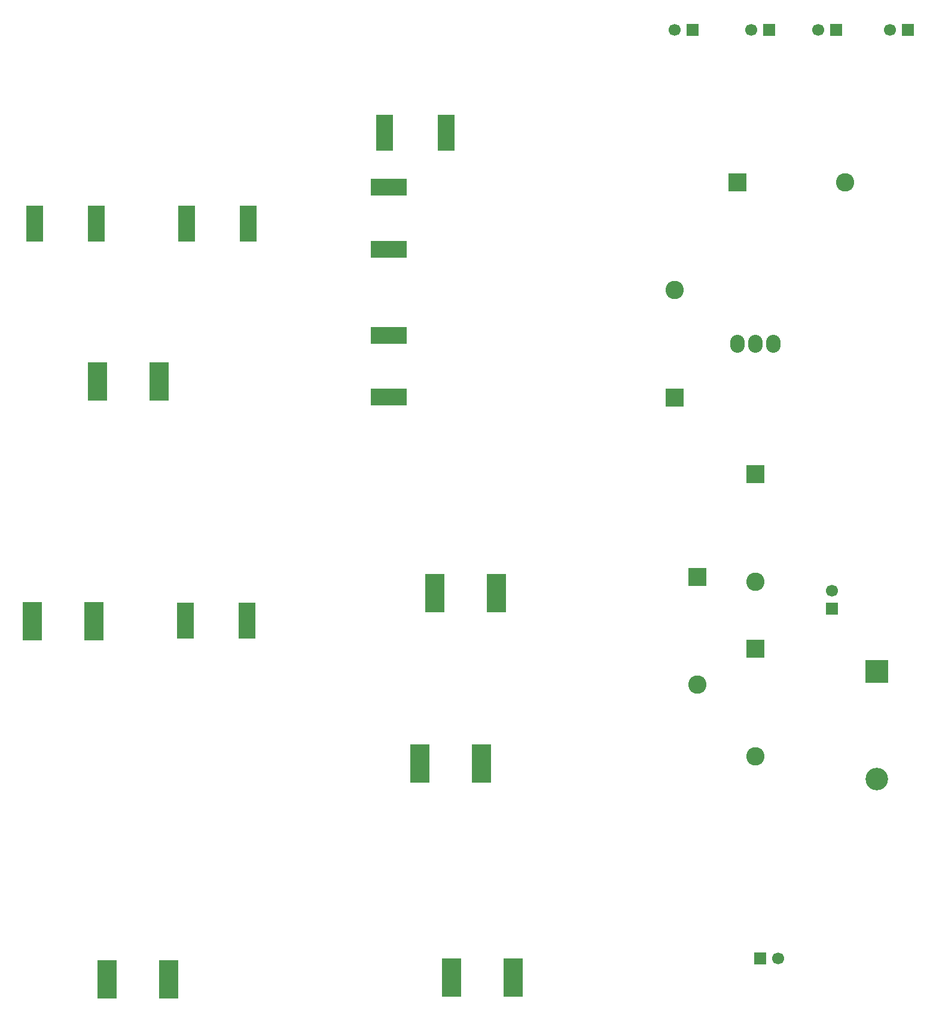
<source format=gbr>
*
%LPD*%
%LNBottom Mask*%
%FSLAX25Y25*%
%MOIN*%
%AD*%
%AD*%
%ADD11R,0.095275591X0.2*%
%ADD15R,0.111023622X0.215748031*%
%ADD22R,0.066929134X0.066929134*%
%ADD23C,0.066929134*%
%ADD24R,0.102362205X0.102362205*%
%ADD25C,0.102362205*%
%ADD26R,0.125984252X0.125984252*%
%ADD27C,0.125984252*%
%ADD49O,0.08X0.1*%
%ADD56R,0.2X0.095275591*%
G54D15*
%SRX1Y1I0.0J0.0*%
G1X52256Y15228D3*
G1X86744Y15228D3*
G1X226556Y135628D3*
G1X261044Y135628D3*
G54D22*
G1X456150Y221950D3*
G54D23*
G1X456150Y231950D3*
G54D24*
G1X381150Y239450D3*
G54D25*
G1X381150Y179450D3*
G54D24*
G1X413650Y199450D3*
G54D25*
G1X413650Y139450D3*
G54D24*
G1X413650Y296950D3*
G54D25*
G1X413650Y236950D3*
G54D24*
G1X368650Y339450D3*
G54D25*
G1X368650Y399450D3*
G54D24*
G1X403650Y459450D3*
G54D25*
G1X463650Y459450D3*
G54D22*
G1X416150Y26950D3*
G54D23*
G1X426150Y26950D3*
G54D22*
G1X378650Y544450D3*
G54D23*
G1X368650Y544450D3*
G54D22*
G1X421150Y544450D3*
G54D23*
G1X411150Y544450D3*
G54D22*
G1X458650Y544450D3*
G54D23*
G1X448650Y544450D3*
G54D22*
G1X498650Y544450D3*
G54D23*
G1X488650Y544450D3*
G54D26*
G1X481150Y186950D3*
G54D27*
G1X481150Y126950D3*
G54D49*
G1X413650Y369450D3*
G1X403650Y369450D3*
G1X423650Y369450D3*
G54D15*
G1X244106Y16178D3*
G1X278594Y16178D3*
G1X10556Y214928D3*
G1X45044Y214928D3*
G1X234756Y230378D3*
G1X269244Y230378D3*
G54D11*
G1X95856Y215278D3*
G1X130344Y215278D3*
G54D15*
G1X46795Y348669D3*
G1X81283Y348669D3*
G54D56*
G1X209125Y374291D3*
G1X209125Y339802D3*
G54D11*
G1X11756Y436678D3*
G1X46244Y436678D3*
G54D56*
G1X209125Y456691D3*
G1X209125Y422202D3*
G54D11*
G1X96456Y436578D3*
G1X130944Y436578D3*
G1X206756Y487278D3*
G1X241244Y487278D3*
M2*

</source>
